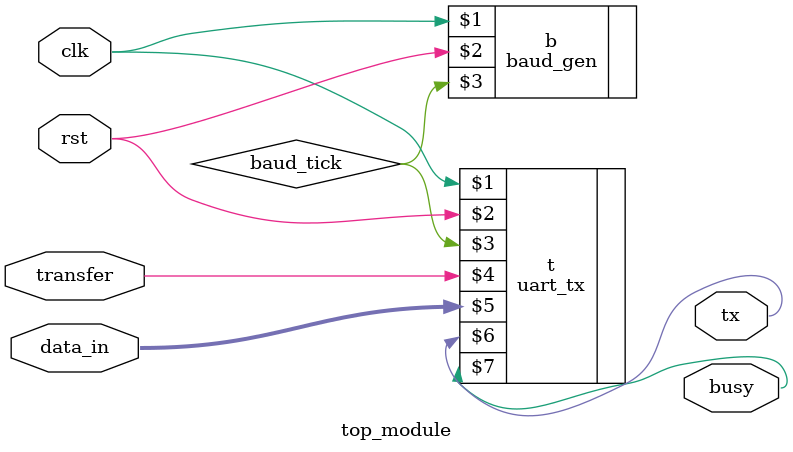
<source format=v>
`include "baud_gen.v"
`include "uart_tx.v"

module top_module(
  input clk,
  input rst,
  input transfer,
  input [7:0]data_in,
  output reg tx,
  output reg busy);
  
  baud_gen b(clk,rst,baud_tick);
  uart_tx  t(clk,rst,baud_tick,transfer,data_in,tx,busy);
  
endmodule
      

</source>
